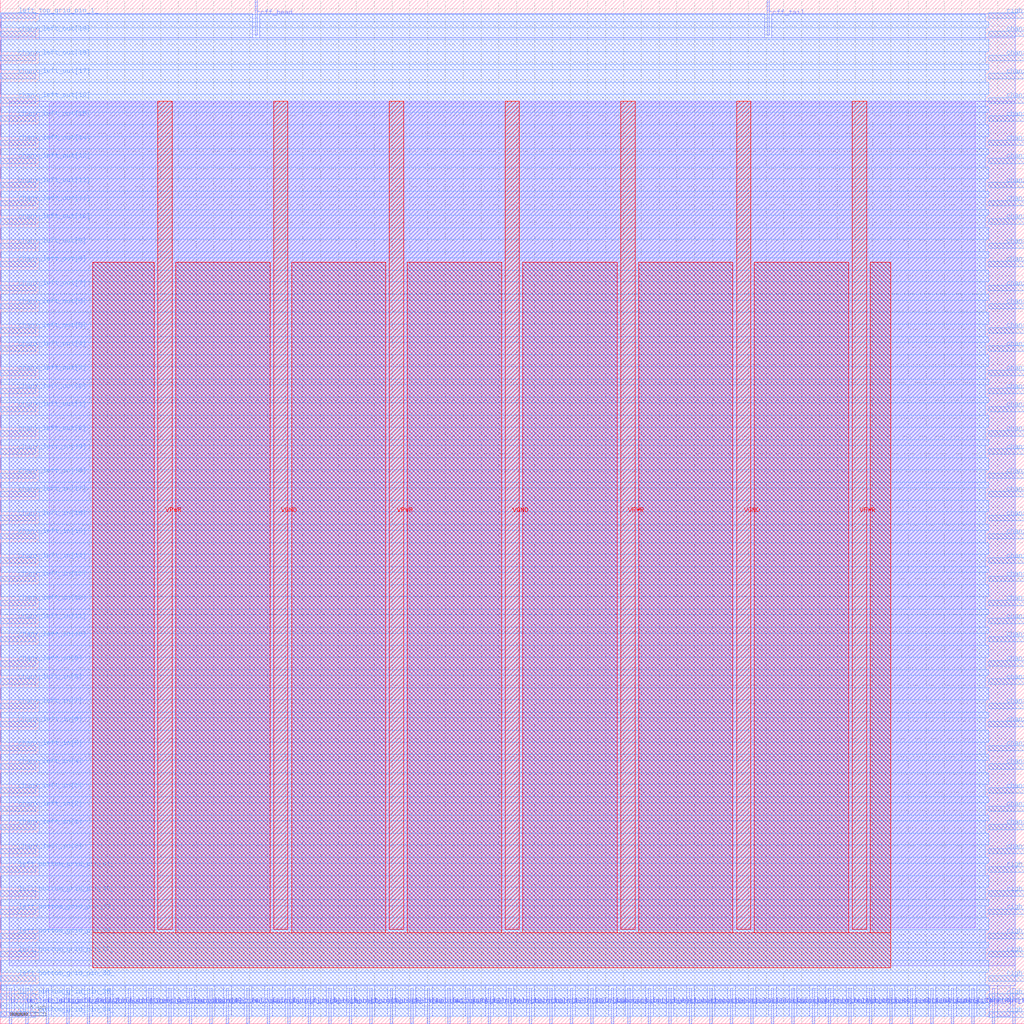
<source format=lef>
VERSION 5.7 ;
  NOWIREEXTENSIONATPIN ON ;
  DIVIDERCHAR "/" ;
  BUSBITCHARS "[]" ;
MACRO sb_1__2_
  CLASS BLOCK ;
  FOREIGN sb_1__2_ ;
  ORIGIN 0.000 0.000 ;
  SIZE 115.000 BY 115.000 ;
  PIN SC_IN_BOT
    DIRECTION INPUT ;
    USE SIGNAL ;
    PORT
      LAYER met2 ;
        RECT 109.110 0.000 109.390 4.000 ;
    END
  END SC_IN_BOT
  PIN SC_OUT_BOT
    DIRECTION OUTPUT TRISTATE ;
    USE SIGNAL ;
    PORT
      LAYER met2 ;
        RECT 111.410 0.000 111.690 4.000 ;
    END
  END SC_OUT_BOT
  PIN VGND
    DIRECTION INPUT ;
    USE GROUND ;
    PORT
      LAYER met4 ;
        RECT 30.710 10.640 32.310 103.600 ;
    END
    PORT
      LAYER met4 ;
        RECT 56.700 10.640 58.300 103.600 ;
    END
    PORT
      LAYER met4 ;
        RECT 82.690 10.640 84.290 103.600 ;
    END
  END VGND
  PIN VPWR
    DIRECTION INPUT ;
    USE POWER ;
    PORT
      LAYER met4 ;
        RECT 17.715 10.640 19.315 103.600 ;
    END
    PORT
      LAYER met4 ;
        RECT 43.705 10.640 45.305 103.600 ;
    END
    PORT
      LAYER met4 ;
        RECT 69.695 10.640 71.295 103.600 ;
    END
    PORT
      LAYER met4 ;
        RECT 95.685 10.640 97.285 103.600 ;
    END
  END VPWR
  PIN bottom_left_grid_pin_42_
    DIRECTION INPUT ;
    USE SIGNAL ;
    PORT
      LAYER met2 ;
        RECT 1.010 0.000 1.290 4.000 ;
    END
  END bottom_left_grid_pin_42_
  PIN bottom_left_grid_pin_43_
    DIRECTION INPUT ;
    USE SIGNAL ;
    PORT
      LAYER met2 ;
        RECT 2.850 0.000 3.130 4.000 ;
    END
  END bottom_left_grid_pin_43_
  PIN bottom_left_grid_pin_44_
    DIRECTION INPUT ;
    USE SIGNAL ;
    PORT
      LAYER met2 ;
        RECT 5.150 0.000 5.430 4.000 ;
    END
  END bottom_left_grid_pin_44_
  PIN bottom_left_grid_pin_45_
    DIRECTION INPUT ;
    USE SIGNAL ;
    PORT
      LAYER met2 ;
        RECT 7.450 0.000 7.730 4.000 ;
    END
  END bottom_left_grid_pin_45_
  PIN bottom_left_grid_pin_46_
    DIRECTION INPUT ;
    USE SIGNAL ;
    PORT
      LAYER met2 ;
        RECT 9.750 0.000 10.030 4.000 ;
    END
  END bottom_left_grid_pin_46_
  PIN bottom_left_grid_pin_47_
    DIRECTION INPUT ;
    USE SIGNAL ;
    PORT
      LAYER met2 ;
        RECT 12.050 0.000 12.330 4.000 ;
    END
  END bottom_left_grid_pin_47_
  PIN bottom_left_grid_pin_48_
    DIRECTION INPUT ;
    USE SIGNAL ;
    PORT
      LAYER met2 ;
        RECT 14.350 0.000 14.630 4.000 ;
    END
  END bottom_left_grid_pin_48_
  PIN bottom_left_grid_pin_49_
    DIRECTION INPUT ;
    USE SIGNAL ;
    PORT
      LAYER met2 ;
        RECT 16.650 0.000 16.930 4.000 ;
    END
  END bottom_left_grid_pin_49_
  PIN ccff_head
    DIRECTION INPUT ;
    USE SIGNAL ;
    PORT
      LAYER met2 ;
        RECT 28.610 111.000 28.890 115.000 ;
    END
  END ccff_head
  PIN ccff_tail
    DIRECTION OUTPUT TRISTATE ;
    USE SIGNAL ;
    PORT
      LAYER met2 ;
        RECT 86.110 111.000 86.390 115.000 ;
    END
  END ccff_tail
  PIN chanx_left_in[0]
    DIRECTION INPUT ;
    USE SIGNAL ;
    PORT
      LAYER met3 ;
        RECT 0.000 19.080 4.000 19.680 ;
    END
  END chanx_left_in[0]
  PIN chanx_left_in[10]
    DIRECTION INPUT ;
    USE SIGNAL ;
    PORT
      LAYER met3 ;
        RECT 0.000 42.880 4.000 43.480 ;
    END
  END chanx_left_in[10]
  PIN chanx_left_in[11]
    DIRECTION INPUT ;
    USE SIGNAL ;
    PORT
      LAYER met3 ;
        RECT 0.000 44.920 4.000 45.520 ;
    END
  END chanx_left_in[11]
  PIN chanx_left_in[12]
    DIRECTION INPUT ;
    USE SIGNAL ;
    PORT
      LAYER met3 ;
        RECT 0.000 46.960 4.000 47.560 ;
    END
  END chanx_left_in[12]
  PIN chanx_left_in[13]
    DIRECTION INPUT ;
    USE SIGNAL ;
    PORT
      LAYER met3 ;
        RECT 0.000 49.680 4.000 50.280 ;
    END
  END chanx_left_in[13]
  PIN chanx_left_in[14]
    DIRECTION INPUT ;
    USE SIGNAL ;
    PORT
      LAYER met3 ;
        RECT 0.000 51.720 4.000 52.320 ;
    END
  END chanx_left_in[14]
  PIN chanx_left_in[15]
    DIRECTION INPUT ;
    USE SIGNAL ;
    PORT
      LAYER met3 ;
        RECT 0.000 54.440 4.000 55.040 ;
    END
  END chanx_left_in[15]
  PIN chanx_left_in[16]
    DIRECTION INPUT ;
    USE SIGNAL ;
    PORT
      LAYER met3 ;
        RECT 0.000 56.480 4.000 57.080 ;
    END
  END chanx_left_in[16]
  PIN chanx_left_in[17]
    DIRECTION INPUT ;
    USE SIGNAL ;
    PORT
      LAYER met3 ;
        RECT 0.000 59.200 4.000 59.800 ;
    END
  END chanx_left_in[17]
  PIN chanx_left_in[18]
    DIRECTION INPUT ;
    USE SIGNAL ;
    PORT
      LAYER met3 ;
        RECT 0.000 61.240 4.000 61.840 ;
    END
  END chanx_left_in[18]
  PIN chanx_left_in[19]
    DIRECTION INPUT ;
    USE SIGNAL ;
    PORT
      LAYER met3 ;
        RECT 0.000 63.960 4.000 64.560 ;
    END
  END chanx_left_in[19]
  PIN chanx_left_in[1]
    DIRECTION INPUT ;
    USE SIGNAL ;
    PORT
      LAYER met3 ;
        RECT 0.000 21.800 4.000 22.400 ;
    END
  END chanx_left_in[1]
  PIN chanx_left_in[2]
    DIRECTION INPUT ;
    USE SIGNAL ;
    PORT
      LAYER met3 ;
        RECT 0.000 23.840 4.000 24.440 ;
    END
  END chanx_left_in[2]
  PIN chanx_left_in[3]
    DIRECTION INPUT ;
    USE SIGNAL ;
    PORT
      LAYER met3 ;
        RECT 0.000 25.880 4.000 26.480 ;
    END
  END chanx_left_in[3]
  PIN chanx_left_in[4]
    DIRECTION INPUT ;
    USE SIGNAL ;
    PORT
      LAYER met3 ;
        RECT 0.000 28.600 4.000 29.200 ;
    END
  END chanx_left_in[4]
  PIN chanx_left_in[5]
    DIRECTION INPUT ;
    USE SIGNAL ;
    PORT
      LAYER met3 ;
        RECT 0.000 30.640 4.000 31.240 ;
    END
  END chanx_left_in[5]
  PIN chanx_left_in[6]
    DIRECTION INPUT ;
    USE SIGNAL ;
    PORT
      LAYER met3 ;
        RECT 0.000 33.360 4.000 33.960 ;
    END
  END chanx_left_in[6]
  PIN chanx_left_in[7]
    DIRECTION INPUT ;
    USE SIGNAL ;
    PORT
      LAYER met3 ;
        RECT 0.000 35.400 4.000 36.000 ;
    END
  END chanx_left_in[7]
  PIN chanx_left_in[8]
    DIRECTION INPUT ;
    USE SIGNAL ;
    PORT
      LAYER met3 ;
        RECT 0.000 38.120 4.000 38.720 ;
    END
  END chanx_left_in[8]
  PIN chanx_left_in[9]
    DIRECTION INPUT ;
    USE SIGNAL ;
    PORT
      LAYER met3 ;
        RECT 0.000 40.160 4.000 40.760 ;
    END
  END chanx_left_in[9]
  PIN chanx_left_out[0]
    DIRECTION OUTPUT TRISTATE ;
    USE SIGNAL ;
    PORT
      LAYER met3 ;
        RECT 0.000 66.000 4.000 66.600 ;
    END
  END chanx_left_out[0]
  PIN chanx_left_out[10]
    DIRECTION OUTPUT TRISTATE ;
    USE SIGNAL ;
    PORT
      LAYER met3 ;
        RECT 0.000 89.800 4.000 90.400 ;
    END
  END chanx_left_out[10]
  PIN chanx_left_out[11]
    DIRECTION OUTPUT TRISTATE ;
    USE SIGNAL ;
    PORT
      LAYER met3 ;
        RECT 0.000 91.840 4.000 92.440 ;
    END
  END chanx_left_out[11]
  PIN chanx_left_out[12]
    DIRECTION OUTPUT TRISTATE ;
    USE SIGNAL ;
    PORT
      LAYER met3 ;
        RECT 0.000 93.880 4.000 94.480 ;
    END
  END chanx_left_out[12]
  PIN chanx_left_out[13]
    DIRECTION OUTPUT TRISTATE ;
    USE SIGNAL ;
    PORT
      LAYER met3 ;
        RECT 0.000 96.600 4.000 97.200 ;
    END
  END chanx_left_out[13]
  PIN chanx_left_out[14]
    DIRECTION OUTPUT TRISTATE ;
    USE SIGNAL ;
    PORT
      LAYER met3 ;
        RECT 0.000 98.640 4.000 99.240 ;
    END
  END chanx_left_out[14]
  PIN chanx_left_out[15]
    DIRECTION OUTPUT TRISTATE ;
    USE SIGNAL ;
    PORT
      LAYER met3 ;
        RECT 0.000 101.360 4.000 101.960 ;
    END
  END chanx_left_out[15]
  PIN chanx_left_out[16]
    DIRECTION OUTPUT TRISTATE ;
    USE SIGNAL ;
    PORT
      LAYER met3 ;
        RECT 0.000 103.400 4.000 104.000 ;
    END
  END chanx_left_out[16]
  PIN chanx_left_out[17]
    DIRECTION OUTPUT TRISTATE ;
    USE SIGNAL ;
    PORT
      LAYER met3 ;
        RECT 0.000 106.120 4.000 106.720 ;
    END
  END chanx_left_out[17]
  PIN chanx_left_out[18]
    DIRECTION OUTPUT TRISTATE ;
    USE SIGNAL ;
    PORT
      LAYER met3 ;
        RECT 0.000 108.160 4.000 108.760 ;
    END
  END chanx_left_out[18]
  PIN chanx_left_out[19]
    DIRECTION OUTPUT TRISTATE ;
    USE SIGNAL ;
    PORT
      LAYER met3 ;
        RECT 0.000 110.880 4.000 111.480 ;
    END
  END chanx_left_out[19]
  PIN chanx_left_out[1]
    DIRECTION OUTPUT TRISTATE ;
    USE SIGNAL ;
    PORT
      LAYER met3 ;
        RECT 0.000 68.720 4.000 69.320 ;
    END
  END chanx_left_out[1]
  PIN chanx_left_out[2]
    DIRECTION OUTPUT TRISTATE ;
    USE SIGNAL ;
    PORT
      LAYER met3 ;
        RECT 0.000 70.760 4.000 71.360 ;
    END
  END chanx_left_out[2]
  PIN chanx_left_out[3]
    DIRECTION OUTPUT TRISTATE ;
    USE SIGNAL ;
    PORT
      LAYER met3 ;
        RECT 0.000 72.800 4.000 73.400 ;
    END
  END chanx_left_out[3]
  PIN chanx_left_out[4]
    DIRECTION OUTPUT TRISTATE ;
    USE SIGNAL ;
    PORT
      LAYER met3 ;
        RECT 0.000 75.520 4.000 76.120 ;
    END
  END chanx_left_out[4]
  PIN chanx_left_out[5]
    DIRECTION OUTPUT TRISTATE ;
    USE SIGNAL ;
    PORT
      LAYER met3 ;
        RECT 0.000 77.560 4.000 78.160 ;
    END
  END chanx_left_out[5]
  PIN chanx_left_out[6]
    DIRECTION OUTPUT TRISTATE ;
    USE SIGNAL ;
    PORT
      LAYER met3 ;
        RECT 0.000 80.280 4.000 80.880 ;
    END
  END chanx_left_out[6]
  PIN chanx_left_out[7]
    DIRECTION OUTPUT TRISTATE ;
    USE SIGNAL ;
    PORT
      LAYER met3 ;
        RECT 0.000 82.320 4.000 82.920 ;
    END
  END chanx_left_out[7]
  PIN chanx_left_out[8]
    DIRECTION OUTPUT TRISTATE ;
    USE SIGNAL ;
    PORT
      LAYER met3 ;
        RECT 0.000 85.040 4.000 85.640 ;
    END
  END chanx_left_out[8]
  PIN chanx_left_out[9]
    DIRECTION OUTPUT TRISTATE ;
    USE SIGNAL ;
    PORT
      LAYER met3 ;
        RECT 0.000 87.080 4.000 87.680 ;
    END
  END chanx_left_out[9]
  PIN chanx_right_in[0]
    DIRECTION INPUT ;
    USE SIGNAL ;
    PORT
      LAYER met3 ;
        RECT 111.000 19.080 115.000 19.680 ;
    END
  END chanx_right_in[0]
  PIN chanx_right_in[10]
    DIRECTION INPUT ;
    USE SIGNAL ;
    PORT
      LAYER met3 ;
        RECT 111.000 42.880 115.000 43.480 ;
    END
  END chanx_right_in[10]
  PIN chanx_right_in[11]
    DIRECTION INPUT ;
    USE SIGNAL ;
    PORT
      LAYER met3 ;
        RECT 111.000 44.920 115.000 45.520 ;
    END
  END chanx_right_in[11]
  PIN chanx_right_in[12]
    DIRECTION INPUT ;
    USE SIGNAL ;
    PORT
      LAYER met3 ;
        RECT 111.000 46.960 115.000 47.560 ;
    END
  END chanx_right_in[12]
  PIN chanx_right_in[13]
    DIRECTION INPUT ;
    USE SIGNAL ;
    PORT
      LAYER met3 ;
        RECT 111.000 49.680 115.000 50.280 ;
    END
  END chanx_right_in[13]
  PIN chanx_right_in[14]
    DIRECTION INPUT ;
    USE SIGNAL ;
    PORT
      LAYER met3 ;
        RECT 111.000 51.720 115.000 52.320 ;
    END
  END chanx_right_in[14]
  PIN chanx_right_in[15]
    DIRECTION INPUT ;
    USE SIGNAL ;
    PORT
      LAYER met3 ;
        RECT 111.000 54.440 115.000 55.040 ;
    END
  END chanx_right_in[15]
  PIN chanx_right_in[16]
    DIRECTION INPUT ;
    USE SIGNAL ;
    PORT
      LAYER met3 ;
        RECT 111.000 56.480 115.000 57.080 ;
    END
  END chanx_right_in[16]
  PIN chanx_right_in[17]
    DIRECTION INPUT ;
    USE SIGNAL ;
    PORT
      LAYER met3 ;
        RECT 111.000 59.200 115.000 59.800 ;
    END
  END chanx_right_in[17]
  PIN chanx_right_in[18]
    DIRECTION INPUT ;
    USE SIGNAL ;
    PORT
      LAYER met3 ;
        RECT 111.000 61.240 115.000 61.840 ;
    END
  END chanx_right_in[18]
  PIN chanx_right_in[19]
    DIRECTION INPUT ;
    USE SIGNAL ;
    PORT
      LAYER met3 ;
        RECT 111.000 63.960 115.000 64.560 ;
    END
  END chanx_right_in[19]
  PIN chanx_right_in[1]
    DIRECTION INPUT ;
    USE SIGNAL ;
    PORT
      LAYER met3 ;
        RECT 111.000 21.800 115.000 22.400 ;
    END
  END chanx_right_in[1]
  PIN chanx_right_in[2]
    DIRECTION INPUT ;
    USE SIGNAL ;
    PORT
      LAYER met3 ;
        RECT 111.000 23.840 115.000 24.440 ;
    END
  END chanx_right_in[2]
  PIN chanx_right_in[3]
    DIRECTION INPUT ;
    USE SIGNAL ;
    PORT
      LAYER met3 ;
        RECT 111.000 25.880 115.000 26.480 ;
    END
  END chanx_right_in[3]
  PIN chanx_right_in[4]
    DIRECTION INPUT ;
    USE SIGNAL ;
    PORT
      LAYER met3 ;
        RECT 111.000 28.600 115.000 29.200 ;
    END
  END chanx_right_in[4]
  PIN chanx_right_in[5]
    DIRECTION INPUT ;
    USE SIGNAL ;
    PORT
      LAYER met3 ;
        RECT 111.000 30.640 115.000 31.240 ;
    END
  END chanx_right_in[5]
  PIN chanx_right_in[6]
    DIRECTION INPUT ;
    USE SIGNAL ;
    PORT
      LAYER met3 ;
        RECT 111.000 33.360 115.000 33.960 ;
    END
  END chanx_right_in[6]
  PIN chanx_right_in[7]
    DIRECTION INPUT ;
    USE SIGNAL ;
    PORT
      LAYER met3 ;
        RECT 111.000 35.400 115.000 36.000 ;
    END
  END chanx_right_in[7]
  PIN chanx_right_in[8]
    DIRECTION INPUT ;
    USE SIGNAL ;
    PORT
      LAYER met3 ;
        RECT 111.000 38.120 115.000 38.720 ;
    END
  END chanx_right_in[8]
  PIN chanx_right_in[9]
    DIRECTION INPUT ;
    USE SIGNAL ;
    PORT
      LAYER met3 ;
        RECT 111.000 40.160 115.000 40.760 ;
    END
  END chanx_right_in[9]
  PIN chanx_right_out[0]
    DIRECTION OUTPUT TRISTATE ;
    USE SIGNAL ;
    PORT
      LAYER met3 ;
        RECT 111.000 66.000 115.000 66.600 ;
    END
  END chanx_right_out[0]
  PIN chanx_right_out[10]
    DIRECTION OUTPUT TRISTATE ;
    USE SIGNAL ;
    PORT
      LAYER met3 ;
        RECT 111.000 89.800 115.000 90.400 ;
    END
  END chanx_right_out[10]
  PIN chanx_right_out[11]
    DIRECTION OUTPUT TRISTATE ;
    USE SIGNAL ;
    PORT
      LAYER met3 ;
        RECT 111.000 91.840 115.000 92.440 ;
    END
  END chanx_right_out[11]
  PIN chanx_right_out[12]
    DIRECTION OUTPUT TRISTATE ;
    USE SIGNAL ;
    PORT
      LAYER met3 ;
        RECT 111.000 93.880 115.000 94.480 ;
    END
  END chanx_right_out[12]
  PIN chanx_right_out[13]
    DIRECTION OUTPUT TRISTATE ;
    USE SIGNAL ;
    PORT
      LAYER met3 ;
        RECT 111.000 96.600 115.000 97.200 ;
    END
  END chanx_right_out[13]
  PIN chanx_right_out[14]
    DIRECTION OUTPUT TRISTATE ;
    USE SIGNAL ;
    PORT
      LAYER met3 ;
        RECT 111.000 98.640 115.000 99.240 ;
    END
  END chanx_right_out[14]
  PIN chanx_right_out[15]
    DIRECTION OUTPUT TRISTATE ;
    USE SIGNAL ;
    PORT
      LAYER met3 ;
        RECT 111.000 101.360 115.000 101.960 ;
    END
  END chanx_right_out[15]
  PIN chanx_right_out[16]
    DIRECTION OUTPUT TRISTATE ;
    USE SIGNAL ;
    PORT
      LAYER met3 ;
        RECT 111.000 103.400 115.000 104.000 ;
    END
  END chanx_right_out[16]
  PIN chanx_right_out[17]
    DIRECTION OUTPUT TRISTATE ;
    USE SIGNAL ;
    PORT
      LAYER met3 ;
        RECT 111.000 106.120 115.000 106.720 ;
    END
  END chanx_right_out[17]
  PIN chanx_right_out[18]
    DIRECTION OUTPUT TRISTATE ;
    USE SIGNAL ;
    PORT
      LAYER met3 ;
        RECT 111.000 108.160 115.000 108.760 ;
    END
  END chanx_right_out[18]
  PIN chanx_right_out[19]
    DIRECTION OUTPUT TRISTATE ;
    USE SIGNAL ;
    PORT
      LAYER met3 ;
        RECT 111.000 110.880 115.000 111.480 ;
    END
  END chanx_right_out[19]
  PIN chanx_right_out[1]
    DIRECTION OUTPUT TRISTATE ;
    USE SIGNAL ;
    PORT
      LAYER met3 ;
        RECT 111.000 68.720 115.000 69.320 ;
    END
  END chanx_right_out[1]
  PIN chanx_right_out[2]
    DIRECTION OUTPUT TRISTATE ;
    USE SIGNAL ;
    PORT
      LAYER met3 ;
        RECT 111.000 70.760 115.000 71.360 ;
    END
  END chanx_right_out[2]
  PIN chanx_right_out[3]
    DIRECTION OUTPUT TRISTATE ;
    USE SIGNAL ;
    PORT
      LAYER met3 ;
        RECT 111.000 72.800 115.000 73.400 ;
    END
  END chanx_right_out[3]
  PIN chanx_right_out[4]
    DIRECTION OUTPUT TRISTATE ;
    USE SIGNAL ;
    PORT
      LAYER met3 ;
        RECT 111.000 75.520 115.000 76.120 ;
    END
  END chanx_right_out[4]
  PIN chanx_right_out[5]
    DIRECTION OUTPUT TRISTATE ;
    USE SIGNAL ;
    PORT
      LAYER met3 ;
        RECT 111.000 77.560 115.000 78.160 ;
    END
  END chanx_right_out[5]
  PIN chanx_right_out[6]
    DIRECTION OUTPUT TRISTATE ;
    USE SIGNAL ;
    PORT
      LAYER met3 ;
        RECT 111.000 80.280 115.000 80.880 ;
    END
  END chanx_right_out[6]
  PIN chanx_right_out[7]
    DIRECTION OUTPUT TRISTATE ;
    USE SIGNAL ;
    PORT
      LAYER met3 ;
        RECT 111.000 82.320 115.000 82.920 ;
    END
  END chanx_right_out[7]
  PIN chanx_right_out[8]
    DIRECTION OUTPUT TRISTATE ;
    USE SIGNAL ;
    PORT
      LAYER met3 ;
        RECT 111.000 85.040 115.000 85.640 ;
    END
  END chanx_right_out[8]
  PIN chanx_right_out[9]
    DIRECTION OUTPUT TRISTATE ;
    USE SIGNAL ;
    PORT
      LAYER met3 ;
        RECT 111.000 87.080 115.000 87.680 ;
    END
  END chanx_right_out[9]
  PIN chany_bottom_in[0]
    DIRECTION INPUT ;
    USE SIGNAL ;
    PORT
      LAYER met2 ;
        RECT 18.950 0.000 19.230 4.000 ;
    END
  END chany_bottom_in[0]
  PIN chany_bottom_in[10]
    DIRECTION INPUT ;
    USE SIGNAL ;
    PORT
      LAYER met2 ;
        RECT 41.490 0.000 41.770 4.000 ;
    END
  END chany_bottom_in[10]
  PIN chany_bottom_in[11]
    DIRECTION INPUT ;
    USE SIGNAL ;
    PORT
      LAYER met2 ;
        RECT 43.790 0.000 44.070 4.000 ;
    END
  END chany_bottom_in[11]
  PIN chany_bottom_in[12]
    DIRECTION INPUT ;
    USE SIGNAL ;
    PORT
      LAYER met2 ;
        RECT 46.090 0.000 46.370 4.000 ;
    END
  END chany_bottom_in[12]
  PIN chany_bottom_in[13]
    DIRECTION INPUT ;
    USE SIGNAL ;
    PORT
      LAYER met2 ;
        RECT 47.930 0.000 48.210 4.000 ;
    END
  END chany_bottom_in[13]
  PIN chany_bottom_in[14]
    DIRECTION INPUT ;
    USE SIGNAL ;
    PORT
      LAYER met2 ;
        RECT 50.230 0.000 50.510 4.000 ;
    END
  END chany_bottom_in[14]
  PIN chany_bottom_in[15]
    DIRECTION INPUT ;
    USE SIGNAL ;
    PORT
      LAYER met2 ;
        RECT 52.530 0.000 52.810 4.000 ;
    END
  END chany_bottom_in[15]
  PIN chany_bottom_in[16]
    DIRECTION INPUT ;
    USE SIGNAL ;
    PORT
      LAYER met2 ;
        RECT 54.830 0.000 55.110 4.000 ;
    END
  END chany_bottom_in[16]
  PIN chany_bottom_in[17]
    DIRECTION INPUT ;
    USE SIGNAL ;
    PORT
      LAYER met2 ;
        RECT 57.130 0.000 57.410 4.000 ;
    END
  END chany_bottom_in[17]
  PIN chany_bottom_in[18]
    DIRECTION INPUT ;
    USE SIGNAL ;
    PORT
      LAYER met2 ;
        RECT 59.430 0.000 59.710 4.000 ;
    END
  END chany_bottom_in[18]
  PIN chany_bottom_in[19]
    DIRECTION INPUT ;
    USE SIGNAL ;
    PORT
      LAYER met2 ;
        RECT 61.730 0.000 62.010 4.000 ;
    END
  END chany_bottom_in[19]
  PIN chany_bottom_in[1]
    DIRECTION INPUT ;
    USE SIGNAL ;
    PORT
      LAYER met2 ;
        RECT 21.250 0.000 21.530 4.000 ;
    END
  END chany_bottom_in[1]
  PIN chany_bottom_in[2]
    DIRECTION INPUT ;
    USE SIGNAL ;
    PORT
      LAYER met2 ;
        RECT 23.550 0.000 23.830 4.000 ;
    END
  END chany_bottom_in[2]
  PIN chany_bottom_in[3]
    DIRECTION INPUT ;
    USE SIGNAL ;
    PORT
      LAYER met2 ;
        RECT 25.390 0.000 25.670 4.000 ;
    END
  END chany_bottom_in[3]
  PIN chany_bottom_in[4]
    DIRECTION INPUT ;
    USE SIGNAL ;
    PORT
      LAYER met2 ;
        RECT 27.690 0.000 27.970 4.000 ;
    END
  END chany_bottom_in[4]
  PIN chany_bottom_in[5]
    DIRECTION INPUT ;
    USE SIGNAL ;
    PORT
      LAYER met2 ;
        RECT 29.990 0.000 30.270 4.000 ;
    END
  END chany_bottom_in[5]
  PIN chany_bottom_in[6]
    DIRECTION INPUT ;
    USE SIGNAL ;
    PORT
      LAYER met2 ;
        RECT 32.290 0.000 32.570 4.000 ;
    END
  END chany_bottom_in[6]
  PIN chany_bottom_in[7]
    DIRECTION INPUT ;
    USE SIGNAL ;
    PORT
      LAYER met2 ;
        RECT 34.590 0.000 34.870 4.000 ;
    END
  END chany_bottom_in[7]
  PIN chany_bottom_in[8]
    DIRECTION INPUT ;
    USE SIGNAL ;
    PORT
      LAYER met2 ;
        RECT 36.890 0.000 37.170 4.000 ;
    END
  END chany_bottom_in[8]
  PIN chany_bottom_in[9]
    DIRECTION INPUT ;
    USE SIGNAL ;
    PORT
      LAYER met2 ;
        RECT 39.190 0.000 39.470 4.000 ;
    END
  END chany_bottom_in[9]
  PIN chany_bottom_out[0]
    DIRECTION OUTPUT TRISTATE ;
    USE SIGNAL ;
    PORT
      LAYER met2 ;
        RECT 64.030 0.000 64.310 4.000 ;
    END
  END chany_bottom_out[0]
  PIN chany_bottom_out[10]
    DIRECTION OUTPUT TRISTATE ;
    USE SIGNAL ;
    PORT
      LAYER met2 ;
        RECT 86.570 0.000 86.850 4.000 ;
    END
  END chany_bottom_out[10]
  PIN chany_bottom_out[11]
    DIRECTION OUTPUT TRISTATE ;
    USE SIGNAL ;
    PORT
      LAYER met2 ;
        RECT 88.870 0.000 89.150 4.000 ;
    END
  END chany_bottom_out[11]
  PIN chany_bottom_out[12]
    DIRECTION OUTPUT TRISTATE ;
    USE SIGNAL ;
    PORT
      LAYER met2 ;
        RECT 91.170 0.000 91.450 4.000 ;
    END
  END chany_bottom_out[12]
  PIN chany_bottom_out[13]
    DIRECTION OUTPUT TRISTATE ;
    USE SIGNAL ;
    PORT
      LAYER met2 ;
        RECT 93.010 0.000 93.290 4.000 ;
    END
  END chany_bottom_out[13]
  PIN chany_bottom_out[14]
    DIRECTION OUTPUT TRISTATE ;
    USE SIGNAL ;
    PORT
      LAYER met2 ;
        RECT 95.310 0.000 95.590 4.000 ;
    END
  END chany_bottom_out[14]
  PIN chany_bottom_out[15]
    DIRECTION OUTPUT TRISTATE ;
    USE SIGNAL ;
    PORT
      LAYER met2 ;
        RECT 97.610 0.000 97.890 4.000 ;
    END
  END chany_bottom_out[15]
  PIN chany_bottom_out[16]
    DIRECTION OUTPUT TRISTATE ;
    USE SIGNAL ;
    PORT
      LAYER met2 ;
        RECT 99.910 0.000 100.190 4.000 ;
    END
  END chany_bottom_out[16]
  PIN chany_bottom_out[17]
    DIRECTION OUTPUT TRISTATE ;
    USE SIGNAL ;
    PORT
      LAYER met2 ;
        RECT 102.210 0.000 102.490 4.000 ;
    END
  END chany_bottom_out[17]
  PIN chany_bottom_out[18]
    DIRECTION OUTPUT TRISTATE ;
    USE SIGNAL ;
    PORT
      LAYER met2 ;
        RECT 104.510 0.000 104.790 4.000 ;
    END
  END chany_bottom_out[18]
  PIN chany_bottom_out[19]
    DIRECTION OUTPUT TRISTATE ;
    USE SIGNAL ;
    PORT
      LAYER met2 ;
        RECT 106.810 0.000 107.090 4.000 ;
    END
  END chany_bottom_out[19]
  PIN chany_bottom_out[1]
    DIRECTION OUTPUT TRISTATE ;
    USE SIGNAL ;
    PORT
      LAYER met2 ;
        RECT 66.330 0.000 66.610 4.000 ;
    END
  END chany_bottom_out[1]
  PIN chany_bottom_out[2]
    DIRECTION OUTPUT TRISTATE ;
    USE SIGNAL ;
    PORT
      LAYER met2 ;
        RECT 68.630 0.000 68.910 4.000 ;
    END
  END chany_bottom_out[2]
  PIN chany_bottom_out[3]
    DIRECTION OUTPUT TRISTATE ;
    USE SIGNAL ;
    PORT
      LAYER met2 ;
        RECT 70.470 0.000 70.750 4.000 ;
    END
  END chany_bottom_out[3]
  PIN chany_bottom_out[4]
    DIRECTION OUTPUT TRISTATE ;
    USE SIGNAL ;
    PORT
      LAYER met2 ;
        RECT 72.770 0.000 73.050 4.000 ;
    END
  END chany_bottom_out[4]
  PIN chany_bottom_out[5]
    DIRECTION OUTPUT TRISTATE ;
    USE SIGNAL ;
    PORT
      LAYER met2 ;
        RECT 75.070 0.000 75.350 4.000 ;
    END
  END chany_bottom_out[5]
  PIN chany_bottom_out[6]
    DIRECTION OUTPUT TRISTATE ;
    USE SIGNAL ;
    PORT
      LAYER met2 ;
        RECT 77.370 0.000 77.650 4.000 ;
    END
  END chany_bottom_out[6]
  PIN chany_bottom_out[7]
    DIRECTION OUTPUT TRISTATE ;
    USE SIGNAL ;
    PORT
      LAYER met2 ;
        RECT 79.670 0.000 79.950 4.000 ;
    END
  END chany_bottom_out[7]
  PIN chany_bottom_out[8]
    DIRECTION OUTPUT TRISTATE ;
    USE SIGNAL ;
    PORT
      LAYER met2 ;
        RECT 81.970 0.000 82.250 4.000 ;
    END
  END chany_bottom_out[8]
  PIN chany_bottom_out[9]
    DIRECTION OUTPUT TRISTATE ;
    USE SIGNAL ;
    PORT
      LAYER met2 ;
        RECT 84.270 0.000 84.550 4.000 ;
    END
  END chany_bottom_out[9]
  PIN left_bottom_grid_pin_34_
    DIRECTION INPUT ;
    USE SIGNAL ;
    PORT
      LAYER met3 ;
        RECT 0.000 0.720 4.000 1.320 ;
    END
  END left_bottom_grid_pin_34_
  PIN left_bottom_grid_pin_35_
    DIRECTION INPUT ;
    USE SIGNAL ;
    PORT
      LAYER met3 ;
        RECT 0.000 2.760 4.000 3.360 ;
    END
  END left_bottom_grid_pin_35_
  PIN left_bottom_grid_pin_36_
    DIRECTION INPUT ;
    USE SIGNAL ;
    PORT
      LAYER met3 ;
        RECT 0.000 4.800 4.000 5.400 ;
    END
  END left_bottom_grid_pin_36_
  PIN left_bottom_grid_pin_37_
    DIRECTION INPUT ;
    USE SIGNAL ;
    PORT
      LAYER met3 ;
        RECT 0.000 7.520 4.000 8.120 ;
    END
  END left_bottom_grid_pin_37_
  PIN left_bottom_grid_pin_38_
    DIRECTION INPUT ;
    USE SIGNAL ;
    PORT
      LAYER met3 ;
        RECT 0.000 9.560 4.000 10.160 ;
    END
  END left_bottom_grid_pin_38_
  PIN left_bottom_grid_pin_39_
    DIRECTION INPUT ;
    USE SIGNAL ;
    PORT
      LAYER met3 ;
        RECT 0.000 12.280 4.000 12.880 ;
    END
  END left_bottom_grid_pin_39_
  PIN left_bottom_grid_pin_40_
    DIRECTION INPUT ;
    USE SIGNAL ;
    PORT
      LAYER met3 ;
        RECT 0.000 14.320 4.000 14.920 ;
    END
  END left_bottom_grid_pin_40_
  PIN left_bottom_grid_pin_41_
    DIRECTION INPUT ;
    USE SIGNAL ;
    PORT
      LAYER met3 ;
        RECT 0.000 17.040 4.000 17.640 ;
    END
  END left_bottom_grid_pin_41_
  PIN left_top_grid_pin_1_
    DIRECTION INPUT ;
    USE SIGNAL ;
    PORT
      LAYER met3 ;
        RECT 0.000 112.920 4.000 113.520 ;
    END
  END left_top_grid_pin_1_
  PIN prog_clk_0_S_in
    DIRECTION INPUT ;
    USE SIGNAL ;
    PORT
      LAYER met2 ;
        RECT 113.710 0.000 113.990 4.000 ;
    END
  END prog_clk_0_S_in
  PIN right_bottom_grid_pin_34_
    DIRECTION INPUT ;
    USE SIGNAL ;
    PORT
      LAYER met3 ;
        RECT 111.000 0.720 115.000 1.320 ;
    END
  END right_bottom_grid_pin_34_
  PIN right_bottom_grid_pin_35_
    DIRECTION INPUT ;
    USE SIGNAL ;
    PORT
      LAYER met3 ;
        RECT 111.000 2.760 115.000 3.360 ;
    END
  END right_bottom_grid_pin_35_
  PIN right_bottom_grid_pin_36_
    DIRECTION INPUT ;
    USE SIGNAL ;
    PORT
      LAYER met3 ;
        RECT 111.000 4.800 115.000 5.400 ;
    END
  END right_bottom_grid_pin_36_
  PIN right_bottom_grid_pin_37_
    DIRECTION INPUT ;
    USE SIGNAL ;
    PORT
      LAYER met3 ;
        RECT 111.000 7.520 115.000 8.120 ;
    END
  END right_bottom_grid_pin_37_
  PIN right_bottom_grid_pin_38_
    DIRECTION INPUT ;
    USE SIGNAL ;
    PORT
      LAYER met3 ;
        RECT 111.000 9.560 115.000 10.160 ;
    END
  END right_bottom_grid_pin_38_
  PIN right_bottom_grid_pin_39_
    DIRECTION INPUT ;
    USE SIGNAL ;
    PORT
      LAYER met3 ;
        RECT 111.000 12.280 115.000 12.880 ;
    END
  END right_bottom_grid_pin_39_
  PIN right_bottom_grid_pin_40_
    DIRECTION INPUT ;
    USE SIGNAL ;
    PORT
      LAYER met3 ;
        RECT 111.000 14.320 115.000 14.920 ;
    END
  END right_bottom_grid_pin_40_
  PIN right_bottom_grid_pin_41_
    DIRECTION INPUT ;
    USE SIGNAL ;
    PORT
      LAYER met3 ;
        RECT 111.000 17.040 115.000 17.640 ;
    END
  END right_bottom_grid_pin_41_
  PIN right_top_grid_pin_1_
    DIRECTION INPUT ;
    USE SIGNAL ;
    PORT
      LAYER met3 ;
        RECT 111.000 112.920 115.000 113.520 ;
    END
  END right_top_grid_pin_1_
  OBS
      LAYER li1 ;
        RECT 5.520 10.795 109.480 103.445 ;
      LAYER met1 ;
        RECT 0.990 6.500 114.010 103.600 ;
      LAYER met2 ;
        RECT 0.090 110.720 28.330 113.405 ;
        RECT 29.170 110.720 85.830 113.405 ;
        RECT 86.670 110.720 113.980 113.405 ;
        RECT 0.090 4.280 113.980 110.720 ;
        RECT 0.090 0.835 0.730 4.280 ;
        RECT 1.570 0.835 2.570 4.280 ;
        RECT 3.410 0.835 4.870 4.280 ;
        RECT 5.710 0.835 7.170 4.280 ;
        RECT 8.010 0.835 9.470 4.280 ;
        RECT 10.310 0.835 11.770 4.280 ;
        RECT 12.610 0.835 14.070 4.280 ;
        RECT 14.910 0.835 16.370 4.280 ;
        RECT 17.210 0.835 18.670 4.280 ;
        RECT 19.510 0.835 20.970 4.280 ;
        RECT 21.810 0.835 23.270 4.280 ;
        RECT 24.110 0.835 25.110 4.280 ;
        RECT 25.950 0.835 27.410 4.280 ;
        RECT 28.250 0.835 29.710 4.280 ;
        RECT 30.550 0.835 32.010 4.280 ;
        RECT 32.850 0.835 34.310 4.280 ;
        RECT 35.150 0.835 36.610 4.280 ;
        RECT 37.450 0.835 38.910 4.280 ;
        RECT 39.750 0.835 41.210 4.280 ;
        RECT 42.050 0.835 43.510 4.280 ;
        RECT 44.350 0.835 45.810 4.280 ;
        RECT 46.650 0.835 47.650 4.280 ;
        RECT 48.490 0.835 49.950 4.280 ;
        RECT 50.790 0.835 52.250 4.280 ;
        RECT 53.090 0.835 54.550 4.280 ;
        RECT 55.390 0.835 56.850 4.280 ;
        RECT 57.690 0.835 59.150 4.280 ;
        RECT 59.990 0.835 61.450 4.280 ;
        RECT 62.290 0.835 63.750 4.280 ;
        RECT 64.590 0.835 66.050 4.280 ;
        RECT 66.890 0.835 68.350 4.280 ;
        RECT 69.190 0.835 70.190 4.280 ;
        RECT 71.030 0.835 72.490 4.280 ;
        RECT 73.330 0.835 74.790 4.280 ;
        RECT 75.630 0.835 77.090 4.280 ;
        RECT 77.930 0.835 79.390 4.280 ;
        RECT 80.230 0.835 81.690 4.280 ;
        RECT 82.530 0.835 83.990 4.280 ;
        RECT 84.830 0.835 86.290 4.280 ;
        RECT 87.130 0.835 88.590 4.280 ;
        RECT 89.430 0.835 90.890 4.280 ;
        RECT 91.730 0.835 92.730 4.280 ;
        RECT 93.570 0.835 95.030 4.280 ;
        RECT 95.870 0.835 97.330 4.280 ;
        RECT 98.170 0.835 99.630 4.280 ;
        RECT 100.470 0.835 101.930 4.280 ;
        RECT 102.770 0.835 104.230 4.280 ;
        RECT 105.070 0.835 106.530 4.280 ;
        RECT 107.370 0.835 108.830 4.280 ;
        RECT 109.670 0.835 111.130 4.280 ;
        RECT 111.970 0.835 113.430 4.280 ;
      LAYER met3 ;
        RECT 4.400 112.520 110.600 113.385 ;
        RECT 0.065 111.880 111.000 112.520 ;
        RECT 4.400 110.480 110.600 111.880 ;
        RECT 0.065 109.160 111.000 110.480 ;
        RECT 4.400 107.760 110.600 109.160 ;
        RECT 0.065 107.120 111.000 107.760 ;
        RECT 4.400 105.720 110.600 107.120 ;
        RECT 0.065 104.400 111.000 105.720 ;
        RECT 4.400 103.000 110.600 104.400 ;
        RECT 0.065 102.360 111.000 103.000 ;
        RECT 4.400 100.960 110.600 102.360 ;
        RECT 0.065 99.640 111.000 100.960 ;
        RECT 4.400 98.240 110.600 99.640 ;
        RECT 0.065 97.600 111.000 98.240 ;
        RECT 4.400 96.200 110.600 97.600 ;
        RECT 0.065 94.880 111.000 96.200 ;
        RECT 4.400 93.480 110.600 94.880 ;
        RECT 0.065 92.840 111.000 93.480 ;
        RECT 4.400 91.440 110.600 92.840 ;
        RECT 0.065 90.800 111.000 91.440 ;
        RECT 4.400 89.400 110.600 90.800 ;
        RECT 0.065 88.080 111.000 89.400 ;
        RECT 4.400 86.680 110.600 88.080 ;
        RECT 0.065 86.040 111.000 86.680 ;
        RECT 4.400 84.640 110.600 86.040 ;
        RECT 0.065 83.320 111.000 84.640 ;
        RECT 4.400 81.920 110.600 83.320 ;
        RECT 0.065 81.280 111.000 81.920 ;
        RECT 4.400 79.880 110.600 81.280 ;
        RECT 0.065 78.560 111.000 79.880 ;
        RECT 4.400 77.160 110.600 78.560 ;
        RECT 0.065 76.520 111.000 77.160 ;
        RECT 4.400 75.120 110.600 76.520 ;
        RECT 0.065 73.800 111.000 75.120 ;
        RECT 4.400 72.400 110.600 73.800 ;
        RECT 0.065 71.760 111.000 72.400 ;
        RECT 4.400 70.360 110.600 71.760 ;
        RECT 0.065 69.720 111.000 70.360 ;
        RECT 4.400 68.320 110.600 69.720 ;
        RECT 0.065 67.000 111.000 68.320 ;
        RECT 4.400 65.600 110.600 67.000 ;
        RECT 0.065 64.960 111.000 65.600 ;
        RECT 4.400 63.560 110.600 64.960 ;
        RECT 0.065 62.240 111.000 63.560 ;
        RECT 4.400 60.840 110.600 62.240 ;
        RECT 0.065 60.200 111.000 60.840 ;
        RECT 4.400 58.800 110.600 60.200 ;
        RECT 0.065 57.480 111.000 58.800 ;
        RECT 4.400 56.080 110.600 57.480 ;
        RECT 0.065 55.440 111.000 56.080 ;
        RECT 4.400 54.040 110.600 55.440 ;
        RECT 0.065 52.720 111.000 54.040 ;
        RECT 4.400 51.320 110.600 52.720 ;
        RECT 0.065 50.680 111.000 51.320 ;
        RECT 4.400 49.280 110.600 50.680 ;
        RECT 0.065 47.960 111.000 49.280 ;
        RECT 4.400 46.560 110.600 47.960 ;
        RECT 0.065 45.920 111.000 46.560 ;
        RECT 4.400 44.520 110.600 45.920 ;
        RECT 0.065 43.880 111.000 44.520 ;
        RECT 4.400 42.480 110.600 43.880 ;
        RECT 0.065 41.160 111.000 42.480 ;
        RECT 4.400 39.760 110.600 41.160 ;
        RECT 0.065 39.120 111.000 39.760 ;
        RECT 4.400 37.720 110.600 39.120 ;
        RECT 0.065 36.400 111.000 37.720 ;
        RECT 4.400 35.000 110.600 36.400 ;
        RECT 0.065 34.360 111.000 35.000 ;
        RECT 4.400 32.960 110.600 34.360 ;
        RECT 0.065 31.640 111.000 32.960 ;
        RECT 4.400 30.240 110.600 31.640 ;
        RECT 0.065 29.600 111.000 30.240 ;
        RECT 4.400 28.200 110.600 29.600 ;
        RECT 0.065 26.880 111.000 28.200 ;
        RECT 4.400 25.480 110.600 26.880 ;
        RECT 0.065 24.840 111.000 25.480 ;
        RECT 4.400 23.440 110.600 24.840 ;
        RECT 0.065 22.800 111.000 23.440 ;
        RECT 4.400 21.400 110.600 22.800 ;
        RECT 0.065 20.080 111.000 21.400 ;
        RECT 4.400 18.680 110.600 20.080 ;
        RECT 0.065 18.040 111.000 18.680 ;
        RECT 4.400 16.640 110.600 18.040 ;
        RECT 0.065 15.320 111.000 16.640 ;
        RECT 4.400 13.920 110.600 15.320 ;
        RECT 0.065 13.280 111.000 13.920 ;
        RECT 4.400 11.880 110.600 13.280 ;
        RECT 0.065 10.560 111.000 11.880 ;
        RECT 4.400 9.160 110.600 10.560 ;
        RECT 0.065 8.520 111.000 9.160 ;
        RECT 4.400 7.120 110.600 8.520 ;
        RECT 0.065 5.800 111.000 7.120 ;
        RECT 4.400 4.400 110.600 5.800 ;
        RECT 0.065 3.760 111.000 4.400 ;
        RECT 4.400 2.360 110.600 3.760 ;
        RECT 0.065 1.720 111.000 2.360 ;
        RECT 4.400 0.855 110.600 1.720 ;
      LAYER met4 ;
        RECT 10.415 10.240 17.315 85.505 ;
        RECT 19.715 10.240 30.310 85.505 ;
        RECT 32.710 10.240 43.305 85.505 ;
        RECT 45.705 10.240 56.300 85.505 ;
        RECT 58.700 10.240 69.295 85.505 ;
        RECT 71.695 10.240 82.290 85.505 ;
        RECT 84.690 10.240 95.285 85.505 ;
        RECT 97.685 10.240 99.985 85.505 ;
        RECT 10.415 6.295 99.985 10.240 ;
  END
END sb_1__2_
END LIBRARY


</source>
